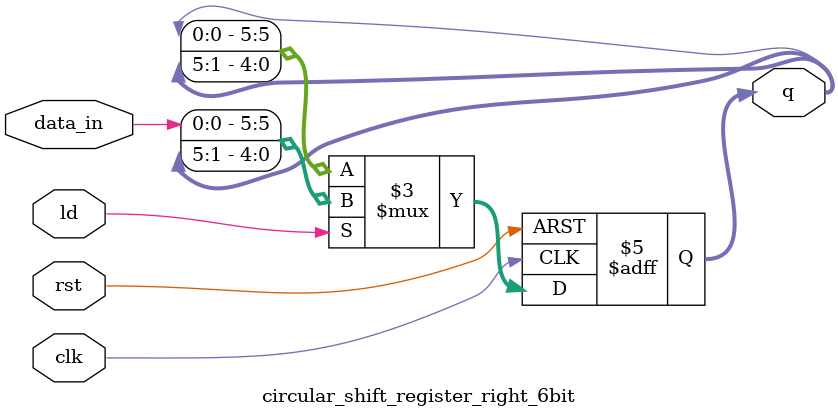
<source format=v>
module circular_shift_register_right_6bit(
    input clk,
    input rst,
    input ld, 
    input data_in, 
    output reg [5:0] q
);
    always @(posedge clk or posedge rst) begin
        if (rst)
            q <= 6'b0;
        else if (ld)
            q <= {data_in, q[5:1]};
        else
            q <= {q[0], q[5:1]};
    end
endmodule //end Guia_1403

</source>
